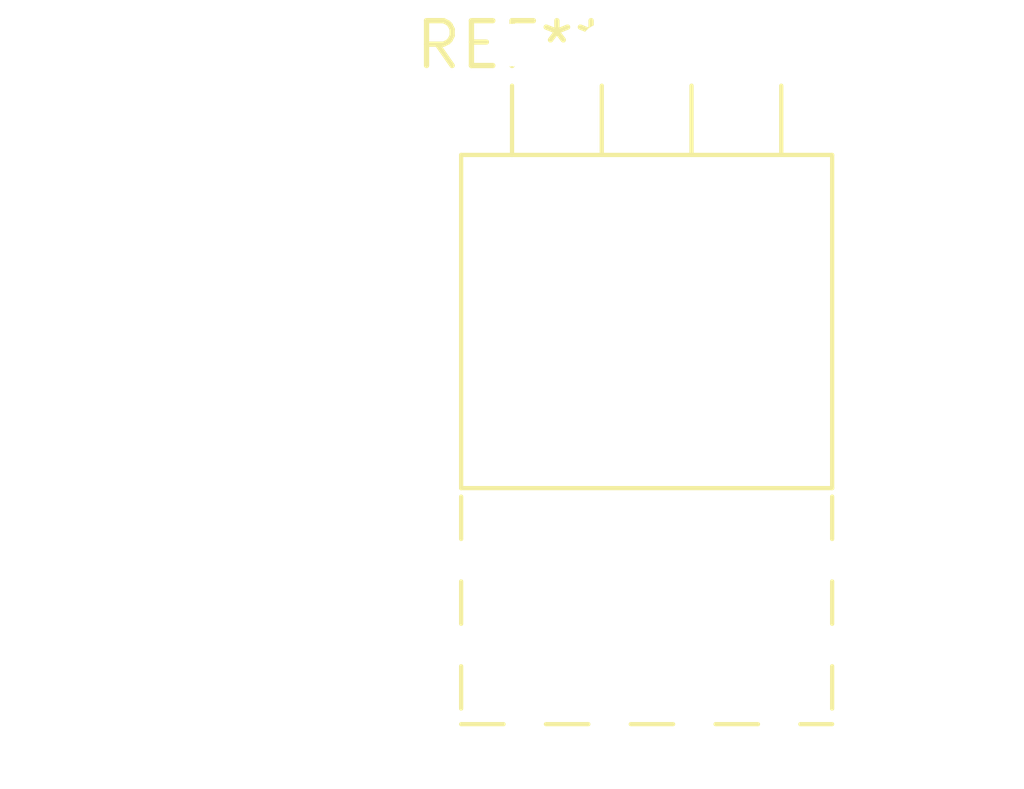
<source format=kicad_pcb>
(kicad_pcb (version 20240108) (generator pcbnew)
  (layers (0 "F.Cu" signal) (31 "B.Cu" signal) (34 "B.Paste" user) (35 "F.Paste" user) (36 "B.SilkS" user "B.Silkscreen") (37 "F.SilkS" user "F.Silkscreen") (38 "B.Mask" user) (39 "F.Mask" user) (44 "Edge.Cuts" user))
  (net 0 "")
  (footprint "TO-220F-4_Horizontal_TabUp" (layer "F.Cu") (at 0 0)
    (property "Reference" "REF**")
    (property "Value" "TO-220F-4_Horizontal_TabUp")
    (fp_line (start -1.44 3.11) (end -1.44 12.54) (layer "F.SilkS") (stroke (width 0.12)))
    (fp_line (start -1.44 3.11) (end 9.06 3.11) (layer "F.SilkS") (stroke (width 0.12)))
    (fp_line (start -1.44 12.54) (end 9.06 12.54) (layer "F.SilkS") (stroke (width 0.12)))
    (fp_line (start -1.44 12.78) (end -1.44 13.98) (layer "F.SilkS") (stroke (width 0.12)))
    (fp_line (start -1.44 15.18) (end -1.44 16.38) (layer "F.SilkS") (stroke (width 0.12)))
    (fp_line (start -1.44 17.58) (end -1.44 18.78) (layer "F.SilkS") (stroke (width 0.12)))
    (fp_line (start -1.44 19.22) (end -0.24 19.22) (layer "F.SilkS") (stroke (width 0.12)))
    (fp_line (start 0 1.15) (end 0 3.11) (layer "F.SilkS") (stroke (width 0.12)))
    (fp_line (start 0.96 19.22) (end 2.16 19.22) (layer "F.SilkS") (stroke (width 0.12)))
    (fp_line (start 2.54 1.15) (end 2.54 3.11) (layer "F.SilkS") (stroke (width 0.12)))
    (fp_line (start 3.361 19.22) (end 4.56 19.22) (layer "F.SilkS") (stroke (width 0.12)))
    (fp_line (start 5.08 1.15) (end 5.08 3.11) (layer "F.SilkS") (stroke (width 0.12)))
    (fp_line (start 5.761 19.22) (end 6.961 19.22) (layer "F.SilkS") (stroke (width 0.12)))
    (fp_line (start 7.62 1.15) (end 7.62 3.11) (layer "F.SilkS") (stroke (width 0.12)))
    (fp_line (start 8.16 19.22) (end 9.06 19.22) (layer "F.SilkS") (stroke (width 0.12)))
    (fp_line (start 9.06 3.11) (end 9.06 12.54) (layer "F.SilkS") (stroke (width 0.12)))
    (fp_line (start 9.06 12.78) (end 9.06 13.98) (layer "F.SilkS") (stroke (width 0.12)))
    (fp_line (start 9.06 15.18) (end 9.06 16.38) (layer "F.SilkS") (stroke (width 0.12)))
    (fp_line (start 9.06 17.58) (end 9.06 18.78) (layer "F.SilkS") (stroke (width 0.12)))
    (pad "" np_thru_hole oval (at 3.81 15.8) (size 3.5 3.5) (drill 3.5) (layers *.Cu *.Mask))
    (pad "1" thru_hole rect (at 0 0) (size 1.905 2) (drill 1.2) (layers *.Cu *.Mask) (remove_unused_layers))
    (pad "2" thru_hole oval (at 2.54 0) (size 1.905 2) (drill 1.2) (layers *.Cu *.Mask) (remove_unused_layers))
    (pad "3" thru_hole oval (at 5.08 0) (size 1.905 2) (drill 1.2) (layers *.Cu *.Mask) (remove_unused_layers))
    (pad "4" thru_hole oval (at 7.62 0) (size 1.905 2) (drill 1.2) (layers *.Cu *.Mask) (remove_unused_layers))
  )
)
</source>
